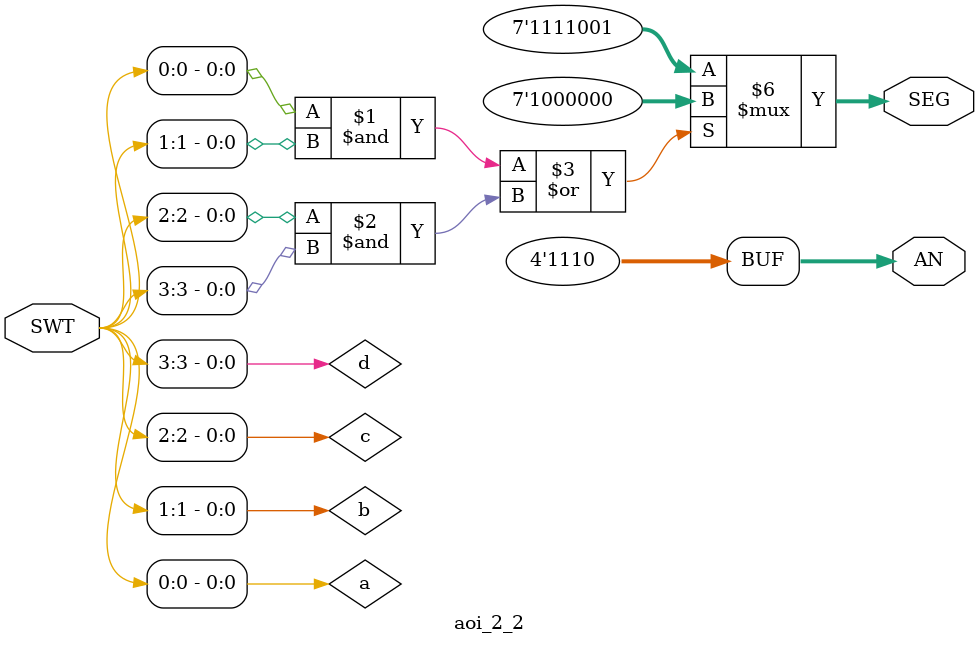
<source format=v>

module aoi_2_2 (
    input  wire [3:0] SWT,      // 4 switches: SWT[3:0] for inputs a,b,c,d
    output wire [6:0] SEG,       // 7-segment display segments
    output wire [3:0] AN         // 7-segment display anodes (digit enable)
);

    // Internal signals
    wire a, b, c, d;
    wire y;

    // Map switches to inputs
    assign a = SWT[0];
    assign b = SWT[1];
    assign c = SWT[2];
    assign d = SWT[3];

    // AOI logic: NOT of ((A AND B) OR (C AND D))
    assign y = ~((a & b) | (c & d));

    // Enable only the rightmost digit (AN[0])
    assign AN = 4'b1110;  // Active low, so 0 enables digit 0

    // Display output on 7-segment display
    // Show '0' if y=0, show '1' if y=1
    // 7-segment encoding: {g, f, e, d, c, b, a}
    // Display is active low (0 = segment ON)
    assign SEG = (y == 1'b0) ? 7'b1000000 : 7'b1111001;   // Display '0' or '1'

endmodule

</source>
